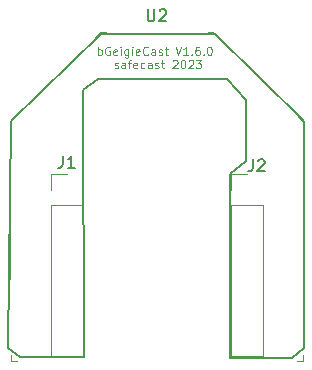
<source format=gto>
G04 #@! TF.GenerationSoftware,KiCad,Pcbnew,7.99.0-unknown-4c4bbdc8f3~172~ubuntu22.04.1*
G04 #@! TF.CreationDate,2023-08-08T20:27:13+09:00*
G04 #@! TF.ProjectId,bGeigieCast V1.6.0(StampS3),62476569-6769-4654-9361-73742056312e,rev?*
G04 #@! TF.SameCoordinates,Original*
G04 #@! TF.FileFunction,Legend,Top*
G04 #@! TF.FilePolarity,Positive*
%FSLAX46Y46*%
G04 Gerber Fmt 4.6, Leading zero omitted, Abs format (unit mm)*
G04 Created by KiCad (PCBNEW 7.99.0-unknown-4c4bbdc8f3~172~ubuntu22.04.1) date 2023-08-08 20:27:13*
%MOMM*%
%LPD*%
G01*
G04 APERTURE LIST*
%ADD10C,0.100000*%
%ADD11C,0.150000*%
%ADD12C,0.120000*%
G04 #@! TA.AperFunction,Profile*
%ADD13C,0.150000*%
G04 #@! TD*
G04 APERTURE END LIST*
D10*
X143429334Y-93171133D02*
X143429334Y-92471133D01*
X143429334Y-92737800D02*
X143496001Y-92704466D01*
X143496001Y-92704466D02*
X143629334Y-92704466D01*
X143629334Y-92704466D02*
X143696001Y-92737800D01*
X143696001Y-92737800D02*
X143729334Y-92771133D01*
X143729334Y-92771133D02*
X143762668Y-92837800D01*
X143762668Y-92837800D02*
X143762668Y-93037800D01*
X143762668Y-93037800D02*
X143729334Y-93104466D01*
X143729334Y-93104466D02*
X143696001Y-93137800D01*
X143696001Y-93137800D02*
X143629334Y-93171133D01*
X143629334Y-93171133D02*
X143496001Y-93171133D01*
X143496001Y-93171133D02*
X143429334Y-93137800D01*
X144429334Y-92504466D02*
X144362667Y-92471133D01*
X144362667Y-92471133D02*
X144262667Y-92471133D01*
X144262667Y-92471133D02*
X144162667Y-92504466D01*
X144162667Y-92504466D02*
X144096001Y-92571133D01*
X144096001Y-92571133D02*
X144062667Y-92637800D01*
X144062667Y-92637800D02*
X144029334Y-92771133D01*
X144029334Y-92771133D02*
X144029334Y-92871133D01*
X144029334Y-92871133D02*
X144062667Y-93004466D01*
X144062667Y-93004466D02*
X144096001Y-93071133D01*
X144096001Y-93071133D02*
X144162667Y-93137800D01*
X144162667Y-93137800D02*
X144262667Y-93171133D01*
X144262667Y-93171133D02*
X144329334Y-93171133D01*
X144329334Y-93171133D02*
X144429334Y-93137800D01*
X144429334Y-93137800D02*
X144462667Y-93104466D01*
X144462667Y-93104466D02*
X144462667Y-92871133D01*
X144462667Y-92871133D02*
X144329334Y-92871133D01*
X145029334Y-93137800D02*
X144962667Y-93171133D01*
X144962667Y-93171133D02*
X144829334Y-93171133D01*
X144829334Y-93171133D02*
X144762667Y-93137800D01*
X144762667Y-93137800D02*
X144729334Y-93071133D01*
X144729334Y-93071133D02*
X144729334Y-92804466D01*
X144729334Y-92804466D02*
X144762667Y-92737800D01*
X144762667Y-92737800D02*
X144829334Y-92704466D01*
X144829334Y-92704466D02*
X144962667Y-92704466D01*
X144962667Y-92704466D02*
X145029334Y-92737800D01*
X145029334Y-92737800D02*
X145062667Y-92804466D01*
X145062667Y-92804466D02*
X145062667Y-92871133D01*
X145062667Y-92871133D02*
X144729334Y-92937800D01*
X145362667Y-93171133D02*
X145362667Y-92704466D01*
X145362667Y-92471133D02*
X145329334Y-92504466D01*
X145329334Y-92504466D02*
X145362667Y-92537800D01*
X145362667Y-92537800D02*
X145396001Y-92504466D01*
X145396001Y-92504466D02*
X145362667Y-92471133D01*
X145362667Y-92471133D02*
X145362667Y-92537800D01*
X145996000Y-92704466D02*
X145996000Y-93271133D01*
X145996000Y-93271133D02*
X145962667Y-93337800D01*
X145962667Y-93337800D02*
X145929334Y-93371133D01*
X145929334Y-93371133D02*
X145862667Y-93404466D01*
X145862667Y-93404466D02*
X145762667Y-93404466D01*
X145762667Y-93404466D02*
X145696000Y-93371133D01*
X145996000Y-93137800D02*
X145929334Y-93171133D01*
X145929334Y-93171133D02*
X145796000Y-93171133D01*
X145796000Y-93171133D02*
X145729334Y-93137800D01*
X145729334Y-93137800D02*
X145696000Y-93104466D01*
X145696000Y-93104466D02*
X145662667Y-93037800D01*
X145662667Y-93037800D02*
X145662667Y-92837800D01*
X145662667Y-92837800D02*
X145696000Y-92771133D01*
X145696000Y-92771133D02*
X145729334Y-92737800D01*
X145729334Y-92737800D02*
X145796000Y-92704466D01*
X145796000Y-92704466D02*
X145929334Y-92704466D01*
X145929334Y-92704466D02*
X145996000Y-92737800D01*
X146329333Y-93171133D02*
X146329333Y-92704466D01*
X146329333Y-92471133D02*
X146296000Y-92504466D01*
X146296000Y-92504466D02*
X146329333Y-92537800D01*
X146329333Y-92537800D02*
X146362667Y-92504466D01*
X146362667Y-92504466D02*
X146329333Y-92471133D01*
X146329333Y-92471133D02*
X146329333Y-92537800D01*
X146929333Y-93137800D02*
X146862666Y-93171133D01*
X146862666Y-93171133D02*
X146729333Y-93171133D01*
X146729333Y-93171133D02*
X146662666Y-93137800D01*
X146662666Y-93137800D02*
X146629333Y-93071133D01*
X146629333Y-93071133D02*
X146629333Y-92804466D01*
X146629333Y-92804466D02*
X146662666Y-92737800D01*
X146662666Y-92737800D02*
X146729333Y-92704466D01*
X146729333Y-92704466D02*
X146862666Y-92704466D01*
X146862666Y-92704466D02*
X146929333Y-92737800D01*
X146929333Y-92737800D02*
X146962666Y-92804466D01*
X146962666Y-92804466D02*
X146962666Y-92871133D01*
X146962666Y-92871133D02*
X146629333Y-92937800D01*
X147662666Y-93104466D02*
X147629333Y-93137800D01*
X147629333Y-93137800D02*
X147529333Y-93171133D01*
X147529333Y-93171133D02*
X147462666Y-93171133D01*
X147462666Y-93171133D02*
X147362666Y-93137800D01*
X147362666Y-93137800D02*
X147296000Y-93071133D01*
X147296000Y-93071133D02*
X147262666Y-93004466D01*
X147262666Y-93004466D02*
X147229333Y-92871133D01*
X147229333Y-92871133D02*
X147229333Y-92771133D01*
X147229333Y-92771133D02*
X147262666Y-92637800D01*
X147262666Y-92637800D02*
X147296000Y-92571133D01*
X147296000Y-92571133D02*
X147362666Y-92504466D01*
X147362666Y-92504466D02*
X147462666Y-92471133D01*
X147462666Y-92471133D02*
X147529333Y-92471133D01*
X147529333Y-92471133D02*
X147629333Y-92504466D01*
X147629333Y-92504466D02*
X147662666Y-92537800D01*
X148262666Y-93171133D02*
X148262666Y-92804466D01*
X148262666Y-92804466D02*
X148229333Y-92737800D01*
X148229333Y-92737800D02*
X148162666Y-92704466D01*
X148162666Y-92704466D02*
X148029333Y-92704466D01*
X148029333Y-92704466D02*
X147962666Y-92737800D01*
X148262666Y-93137800D02*
X148196000Y-93171133D01*
X148196000Y-93171133D02*
X148029333Y-93171133D01*
X148029333Y-93171133D02*
X147962666Y-93137800D01*
X147962666Y-93137800D02*
X147929333Y-93071133D01*
X147929333Y-93071133D02*
X147929333Y-93004466D01*
X147929333Y-93004466D02*
X147962666Y-92937800D01*
X147962666Y-92937800D02*
X148029333Y-92904466D01*
X148029333Y-92904466D02*
X148196000Y-92904466D01*
X148196000Y-92904466D02*
X148262666Y-92871133D01*
X148562666Y-93137800D02*
X148629333Y-93171133D01*
X148629333Y-93171133D02*
X148762666Y-93171133D01*
X148762666Y-93171133D02*
X148829333Y-93137800D01*
X148829333Y-93137800D02*
X148862666Y-93071133D01*
X148862666Y-93071133D02*
X148862666Y-93037800D01*
X148862666Y-93037800D02*
X148829333Y-92971133D01*
X148829333Y-92971133D02*
X148762666Y-92937800D01*
X148762666Y-92937800D02*
X148662666Y-92937800D01*
X148662666Y-92937800D02*
X148595999Y-92904466D01*
X148595999Y-92904466D02*
X148562666Y-92837800D01*
X148562666Y-92837800D02*
X148562666Y-92804466D01*
X148562666Y-92804466D02*
X148595999Y-92737800D01*
X148595999Y-92737800D02*
X148662666Y-92704466D01*
X148662666Y-92704466D02*
X148762666Y-92704466D01*
X148762666Y-92704466D02*
X148829333Y-92737800D01*
X149062666Y-92704466D02*
X149329333Y-92704466D01*
X149162666Y-92471133D02*
X149162666Y-93071133D01*
X149162666Y-93071133D02*
X149196000Y-93137800D01*
X149196000Y-93137800D02*
X149262666Y-93171133D01*
X149262666Y-93171133D02*
X149329333Y-93171133D01*
X149995999Y-92471133D02*
X150229333Y-93171133D01*
X150229333Y-93171133D02*
X150462666Y-92471133D01*
X151062666Y-93171133D02*
X150662666Y-93171133D01*
X150862666Y-93171133D02*
X150862666Y-92471133D01*
X150862666Y-92471133D02*
X150795999Y-92571133D01*
X150795999Y-92571133D02*
X150729333Y-92637800D01*
X150729333Y-92637800D02*
X150662666Y-92671133D01*
X151362666Y-93104466D02*
X151396000Y-93137800D01*
X151396000Y-93137800D02*
X151362666Y-93171133D01*
X151362666Y-93171133D02*
X151329333Y-93137800D01*
X151329333Y-93137800D02*
X151362666Y-93104466D01*
X151362666Y-93104466D02*
X151362666Y-93171133D01*
X151995999Y-92471133D02*
X151862666Y-92471133D01*
X151862666Y-92471133D02*
X151795999Y-92504466D01*
X151795999Y-92504466D02*
X151762666Y-92537800D01*
X151762666Y-92537800D02*
X151695999Y-92637800D01*
X151695999Y-92637800D02*
X151662666Y-92771133D01*
X151662666Y-92771133D02*
X151662666Y-93037800D01*
X151662666Y-93037800D02*
X151695999Y-93104466D01*
X151695999Y-93104466D02*
X151729333Y-93137800D01*
X151729333Y-93137800D02*
X151795999Y-93171133D01*
X151795999Y-93171133D02*
X151929333Y-93171133D01*
X151929333Y-93171133D02*
X151995999Y-93137800D01*
X151995999Y-93137800D02*
X152029333Y-93104466D01*
X152029333Y-93104466D02*
X152062666Y-93037800D01*
X152062666Y-93037800D02*
X152062666Y-92871133D01*
X152062666Y-92871133D02*
X152029333Y-92804466D01*
X152029333Y-92804466D02*
X151995999Y-92771133D01*
X151995999Y-92771133D02*
X151929333Y-92737800D01*
X151929333Y-92737800D02*
X151795999Y-92737800D01*
X151795999Y-92737800D02*
X151729333Y-92771133D01*
X151729333Y-92771133D02*
X151695999Y-92804466D01*
X151695999Y-92804466D02*
X151662666Y-92871133D01*
X152362666Y-93104466D02*
X152396000Y-93137800D01*
X152396000Y-93137800D02*
X152362666Y-93171133D01*
X152362666Y-93171133D02*
X152329333Y-93137800D01*
X152329333Y-93137800D02*
X152362666Y-93104466D01*
X152362666Y-93104466D02*
X152362666Y-93171133D01*
X152829333Y-92471133D02*
X152895999Y-92471133D01*
X152895999Y-92471133D02*
X152962666Y-92504466D01*
X152962666Y-92504466D02*
X152995999Y-92537800D01*
X152995999Y-92537800D02*
X153029333Y-92604466D01*
X153029333Y-92604466D02*
X153062666Y-92737800D01*
X153062666Y-92737800D02*
X153062666Y-92904466D01*
X153062666Y-92904466D02*
X153029333Y-93037800D01*
X153029333Y-93037800D02*
X152995999Y-93104466D01*
X152995999Y-93104466D02*
X152962666Y-93137800D01*
X152962666Y-93137800D02*
X152895999Y-93171133D01*
X152895999Y-93171133D02*
X152829333Y-93171133D01*
X152829333Y-93171133D02*
X152762666Y-93137800D01*
X152762666Y-93137800D02*
X152729333Y-93104466D01*
X152729333Y-93104466D02*
X152695999Y-93037800D01*
X152695999Y-93037800D02*
X152662666Y-92904466D01*
X152662666Y-92904466D02*
X152662666Y-92737800D01*
X152662666Y-92737800D02*
X152695999Y-92604466D01*
X152695999Y-92604466D02*
X152729333Y-92537800D01*
X152729333Y-92537800D02*
X152762666Y-92504466D01*
X152762666Y-92504466D02*
X152829333Y-92471133D01*
X144829333Y-94264800D02*
X144896000Y-94298133D01*
X144896000Y-94298133D02*
X145029333Y-94298133D01*
X145029333Y-94298133D02*
X145096000Y-94264800D01*
X145096000Y-94264800D02*
X145129333Y-94198133D01*
X145129333Y-94198133D02*
X145129333Y-94164800D01*
X145129333Y-94164800D02*
X145096000Y-94098133D01*
X145096000Y-94098133D02*
X145029333Y-94064800D01*
X145029333Y-94064800D02*
X144929333Y-94064800D01*
X144929333Y-94064800D02*
X144862666Y-94031466D01*
X144862666Y-94031466D02*
X144829333Y-93964800D01*
X144829333Y-93964800D02*
X144829333Y-93931466D01*
X144829333Y-93931466D02*
X144862666Y-93864800D01*
X144862666Y-93864800D02*
X144929333Y-93831466D01*
X144929333Y-93831466D02*
X145029333Y-93831466D01*
X145029333Y-93831466D02*
X145096000Y-93864800D01*
X145729333Y-94298133D02*
X145729333Y-93931466D01*
X145729333Y-93931466D02*
X145696000Y-93864800D01*
X145696000Y-93864800D02*
X145629333Y-93831466D01*
X145629333Y-93831466D02*
X145496000Y-93831466D01*
X145496000Y-93831466D02*
X145429333Y-93864800D01*
X145729333Y-94264800D02*
X145662667Y-94298133D01*
X145662667Y-94298133D02*
X145496000Y-94298133D01*
X145496000Y-94298133D02*
X145429333Y-94264800D01*
X145429333Y-94264800D02*
X145396000Y-94198133D01*
X145396000Y-94198133D02*
X145396000Y-94131466D01*
X145396000Y-94131466D02*
X145429333Y-94064800D01*
X145429333Y-94064800D02*
X145496000Y-94031466D01*
X145496000Y-94031466D02*
X145662667Y-94031466D01*
X145662667Y-94031466D02*
X145729333Y-93998133D01*
X145962666Y-93831466D02*
X146229333Y-93831466D01*
X146062666Y-94298133D02*
X146062666Y-93698133D01*
X146062666Y-93698133D02*
X146096000Y-93631466D01*
X146096000Y-93631466D02*
X146162666Y-93598133D01*
X146162666Y-93598133D02*
X146229333Y-93598133D01*
X146729333Y-94264800D02*
X146662666Y-94298133D01*
X146662666Y-94298133D02*
X146529333Y-94298133D01*
X146529333Y-94298133D02*
X146462666Y-94264800D01*
X146462666Y-94264800D02*
X146429333Y-94198133D01*
X146429333Y-94198133D02*
X146429333Y-93931466D01*
X146429333Y-93931466D02*
X146462666Y-93864800D01*
X146462666Y-93864800D02*
X146529333Y-93831466D01*
X146529333Y-93831466D02*
X146662666Y-93831466D01*
X146662666Y-93831466D02*
X146729333Y-93864800D01*
X146729333Y-93864800D02*
X146762666Y-93931466D01*
X146762666Y-93931466D02*
X146762666Y-93998133D01*
X146762666Y-93998133D02*
X146429333Y-94064800D01*
X147362666Y-94264800D02*
X147296000Y-94298133D01*
X147296000Y-94298133D02*
X147162666Y-94298133D01*
X147162666Y-94298133D02*
X147096000Y-94264800D01*
X147096000Y-94264800D02*
X147062666Y-94231466D01*
X147062666Y-94231466D02*
X147029333Y-94164800D01*
X147029333Y-94164800D02*
X147029333Y-93964800D01*
X147029333Y-93964800D02*
X147062666Y-93898133D01*
X147062666Y-93898133D02*
X147096000Y-93864800D01*
X147096000Y-93864800D02*
X147162666Y-93831466D01*
X147162666Y-93831466D02*
X147296000Y-93831466D01*
X147296000Y-93831466D02*
X147362666Y-93864800D01*
X147962666Y-94298133D02*
X147962666Y-93931466D01*
X147962666Y-93931466D02*
X147929333Y-93864800D01*
X147929333Y-93864800D02*
X147862666Y-93831466D01*
X147862666Y-93831466D02*
X147729333Y-93831466D01*
X147729333Y-93831466D02*
X147662666Y-93864800D01*
X147962666Y-94264800D02*
X147896000Y-94298133D01*
X147896000Y-94298133D02*
X147729333Y-94298133D01*
X147729333Y-94298133D02*
X147662666Y-94264800D01*
X147662666Y-94264800D02*
X147629333Y-94198133D01*
X147629333Y-94198133D02*
X147629333Y-94131466D01*
X147629333Y-94131466D02*
X147662666Y-94064800D01*
X147662666Y-94064800D02*
X147729333Y-94031466D01*
X147729333Y-94031466D02*
X147896000Y-94031466D01*
X147896000Y-94031466D02*
X147962666Y-93998133D01*
X148262666Y-94264800D02*
X148329333Y-94298133D01*
X148329333Y-94298133D02*
X148462666Y-94298133D01*
X148462666Y-94298133D02*
X148529333Y-94264800D01*
X148529333Y-94264800D02*
X148562666Y-94198133D01*
X148562666Y-94198133D02*
X148562666Y-94164800D01*
X148562666Y-94164800D02*
X148529333Y-94098133D01*
X148529333Y-94098133D02*
X148462666Y-94064800D01*
X148462666Y-94064800D02*
X148362666Y-94064800D01*
X148362666Y-94064800D02*
X148295999Y-94031466D01*
X148295999Y-94031466D02*
X148262666Y-93964800D01*
X148262666Y-93964800D02*
X148262666Y-93931466D01*
X148262666Y-93931466D02*
X148295999Y-93864800D01*
X148295999Y-93864800D02*
X148362666Y-93831466D01*
X148362666Y-93831466D02*
X148462666Y-93831466D01*
X148462666Y-93831466D02*
X148529333Y-93864800D01*
X148762666Y-93831466D02*
X149029333Y-93831466D01*
X148862666Y-93598133D02*
X148862666Y-94198133D01*
X148862666Y-94198133D02*
X148896000Y-94264800D01*
X148896000Y-94264800D02*
X148962666Y-94298133D01*
X148962666Y-94298133D02*
X149029333Y-94298133D01*
X149762666Y-93664800D02*
X149795999Y-93631466D01*
X149795999Y-93631466D02*
X149862666Y-93598133D01*
X149862666Y-93598133D02*
X150029333Y-93598133D01*
X150029333Y-93598133D02*
X150095999Y-93631466D01*
X150095999Y-93631466D02*
X150129333Y-93664800D01*
X150129333Y-93664800D02*
X150162666Y-93731466D01*
X150162666Y-93731466D02*
X150162666Y-93798133D01*
X150162666Y-93798133D02*
X150129333Y-93898133D01*
X150129333Y-93898133D02*
X149729333Y-94298133D01*
X149729333Y-94298133D02*
X150162666Y-94298133D01*
X150596000Y-93598133D02*
X150662666Y-93598133D01*
X150662666Y-93598133D02*
X150729333Y-93631466D01*
X150729333Y-93631466D02*
X150762666Y-93664800D01*
X150762666Y-93664800D02*
X150796000Y-93731466D01*
X150796000Y-93731466D02*
X150829333Y-93864800D01*
X150829333Y-93864800D02*
X150829333Y-94031466D01*
X150829333Y-94031466D02*
X150796000Y-94164800D01*
X150796000Y-94164800D02*
X150762666Y-94231466D01*
X150762666Y-94231466D02*
X150729333Y-94264800D01*
X150729333Y-94264800D02*
X150662666Y-94298133D01*
X150662666Y-94298133D02*
X150596000Y-94298133D01*
X150596000Y-94298133D02*
X150529333Y-94264800D01*
X150529333Y-94264800D02*
X150496000Y-94231466D01*
X150496000Y-94231466D02*
X150462666Y-94164800D01*
X150462666Y-94164800D02*
X150429333Y-94031466D01*
X150429333Y-94031466D02*
X150429333Y-93864800D01*
X150429333Y-93864800D02*
X150462666Y-93731466D01*
X150462666Y-93731466D02*
X150496000Y-93664800D01*
X150496000Y-93664800D02*
X150529333Y-93631466D01*
X150529333Y-93631466D02*
X150596000Y-93598133D01*
X151096000Y-93664800D02*
X151129333Y-93631466D01*
X151129333Y-93631466D02*
X151196000Y-93598133D01*
X151196000Y-93598133D02*
X151362667Y-93598133D01*
X151362667Y-93598133D02*
X151429333Y-93631466D01*
X151429333Y-93631466D02*
X151462667Y-93664800D01*
X151462667Y-93664800D02*
X151496000Y-93731466D01*
X151496000Y-93731466D02*
X151496000Y-93798133D01*
X151496000Y-93798133D02*
X151462667Y-93898133D01*
X151462667Y-93898133D02*
X151062667Y-94298133D01*
X151062667Y-94298133D02*
X151496000Y-94298133D01*
X151729334Y-93598133D02*
X152162667Y-93598133D01*
X152162667Y-93598133D02*
X151929334Y-93864800D01*
X151929334Y-93864800D02*
X152029334Y-93864800D01*
X152029334Y-93864800D02*
X152096000Y-93898133D01*
X152096000Y-93898133D02*
X152129334Y-93931466D01*
X152129334Y-93931466D02*
X152162667Y-93998133D01*
X152162667Y-93998133D02*
X152162667Y-94164800D01*
X152162667Y-94164800D02*
X152129334Y-94231466D01*
X152129334Y-94231466D02*
X152096000Y-94264800D01*
X152096000Y-94264800D02*
X152029334Y-94298133D01*
X152029334Y-94298133D02*
X151829334Y-94298133D01*
X151829334Y-94298133D02*
X151762667Y-94264800D01*
X151762667Y-94264800D02*
X151729334Y-94231466D01*
D11*
X156544666Y-102014819D02*
X156544666Y-102729104D01*
X156544666Y-102729104D02*
X156497047Y-102871961D01*
X156497047Y-102871961D02*
X156401809Y-102967200D01*
X156401809Y-102967200D02*
X156258952Y-103014819D01*
X156258952Y-103014819D02*
X156163714Y-103014819D01*
X156973238Y-102110057D02*
X157020857Y-102062438D01*
X157020857Y-102062438D02*
X157116095Y-102014819D01*
X157116095Y-102014819D02*
X157354190Y-102014819D01*
X157354190Y-102014819D02*
X157449428Y-102062438D01*
X157449428Y-102062438D02*
X157497047Y-102110057D01*
X157497047Y-102110057D02*
X157544666Y-102205295D01*
X157544666Y-102205295D02*
X157544666Y-102300533D01*
X157544666Y-102300533D02*
X157497047Y-102443390D01*
X157497047Y-102443390D02*
X156925619Y-103014819D01*
X156925619Y-103014819D02*
X157544666Y-103014819D01*
X140462666Y-101716819D02*
X140462666Y-102431104D01*
X140462666Y-102431104D02*
X140415047Y-102573961D01*
X140415047Y-102573961D02*
X140319809Y-102669200D01*
X140319809Y-102669200D02*
X140176952Y-102716819D01*
X140176952Y-102716819D02*
X140081714Y-102716819D01*
X141462666Y-102716819D02*
X140891238Y-102716819D01*
X141176952Y-102716819D02*
X141176952Y-101716819D01*
X141176952Y-101716819D02*
X141081714Y-101859676D01*
X141081714Y-101859676D02*
X140986476Y-101954914D01*
X140986476Y-101954914D02*
X140891238Y-102002533D01*
X147638095Y-89314819D02*
X147638095Y-90124342D01*
X147638095Y-90124342D02*
X147685714Y-90219580D01*
X147685714Y-90219580D02*
X147733333Y-90267200D01*
X147733333Y-90267200D02*
X147828571Y-90314819D01*
X147828571Y-90314819D02*
X148019047Y-90314819D01*
X148019047Y-90314819D02*
X148114285Y-90267200D01*
X148114285Y-90267200D02*
X148161904Y-90219580D01*
X148161904Y-90219580D02*
X148209523Y-90124342D01*
X148209523Y-90124342D02*
X148209523Y-89314819D01*
X148638095Y-89410057D02*
X148685714Y-89362438D01*
X148685714Y-89362438D02*
X148780952Y-89314819D01*
X148780952Y-89314819D02*
X149019047Y-89314819D01*
X149019047Y-89314819D02*
X149114285Y-89362438D01*
X149114285Y-89362438D02*
X149161904Y-89410057D01*
X149161904Y-89410057D02*
X149209523Y-89505295D01*
X149209523Y-89505295D02*
X149209523Y-89600533D01*
X149209523Y-89600533D02*
X149161904Y-89743390D01*
X149161904Y-89743390D02*
X148590476Y-90314819D01*
X148590476Y-90314819D02*
X149209523Y-90314819D01*
D12*
X154720000Y-103262000D02*
X156050000Y-103262000D01*
X154720000Y-104592000D02*
X154720000Y-103262000D01*
X154720000Y-105862000D02*
X154720000Y-118622000D01*
X154720000Y-105862000D02*
X157380000Y-105862000D01*
X154720000Y-118622000D02*
X157380000Y-118622000D01*
X157380000Y-105862000D02*
X157380000Y-118622000D01*
X139466000Y-103262000D02*
X140796000Y-103262000D01*
X139466000Y-104592000D02*
X139466000Y-103262000D01*
X139466000Y-105862000D02*
X139466000Y-118622000D01*
X139466000Y-105862000D02*
X142126000Y-105862000D01*
X139466000Y-118622000D02*
X142126000Y-118622000D01*
X142126000Y-105862000D02*
X142126000Y-118622000D01*
D10*
X136000000Y-98850000D02*
X136000000Y-99350000D01*
X136000000Y-98850000D02*
X136400000Y-98450000D01*
X136000000Y-108350000D02*
X136000000Y-112150000D01*
X136050000Y-119050000D02*
X136050000Y-118550000D01*
X136050000Y-119050000D02*
X136550000Y-119050000D01*
X143600000Y-91250000D02*
X143200000Y-91650000D01*
X143600000Y-91250000D02*
X144100000Y-91250000D01*
X153200000Y-91250000D02*
X152700000Y-91250000D01*
X153200000Y-91250000D02*
X153600000Y-91650000D01*
X160750000Y-119050000D02*
X160250000Y-119050000D01*
X160750000Y-119050000D02*
X160750000Y-118550000D01*
X160800000Y-98850000D02*
X160400000Y-98450000D01*
X160800000Y-98850000D02*
X160800000Y-99350000D01*
X160800000Y-108350000D02*
X160800000Y-112150000D01*
D13*
X135836040Y-117988000D02*
X136850000Y-118750000D01*
X136050000Y-98750000D02*
X135836040Y-117988000D01*
X142273000Y-118741000D02*
X136850000Y-118750000D01*
X159832000Y-118816000D02*
X154593020Y-118816000D01*
X160850000Y-117950000D02*
X160866000Y-98766000D01*
X143670000Y-91384000D02*
X136050000Y-98750000D01*
X160850000Y-117950000D02*
X159832000Y-118816000D01*
X142185490Y-96164000D02*
X142273000Y-118741000D01*
X155969255Y-102138500D02*
X154592000Y-103235500D01*
X154338000Y-95194000D02*
X155989000Y-96972000D01*
X154592000Y-103235500D02*
X154593020Y-118816000D01*
X153322000Y-91384000D02*
X143670000Y-91384000D01*
X143416000Y-95240000D02*
X142185490Y-96164000D01*
X154338000Y-95194000D02*
X143416000Y-95240000D01*
X155989000Y-96972000D02*
X155969255Y-102138500D01*
X153322000Y-91384000D02*
X160866000Y-98766000D01*
M02*

</source>
